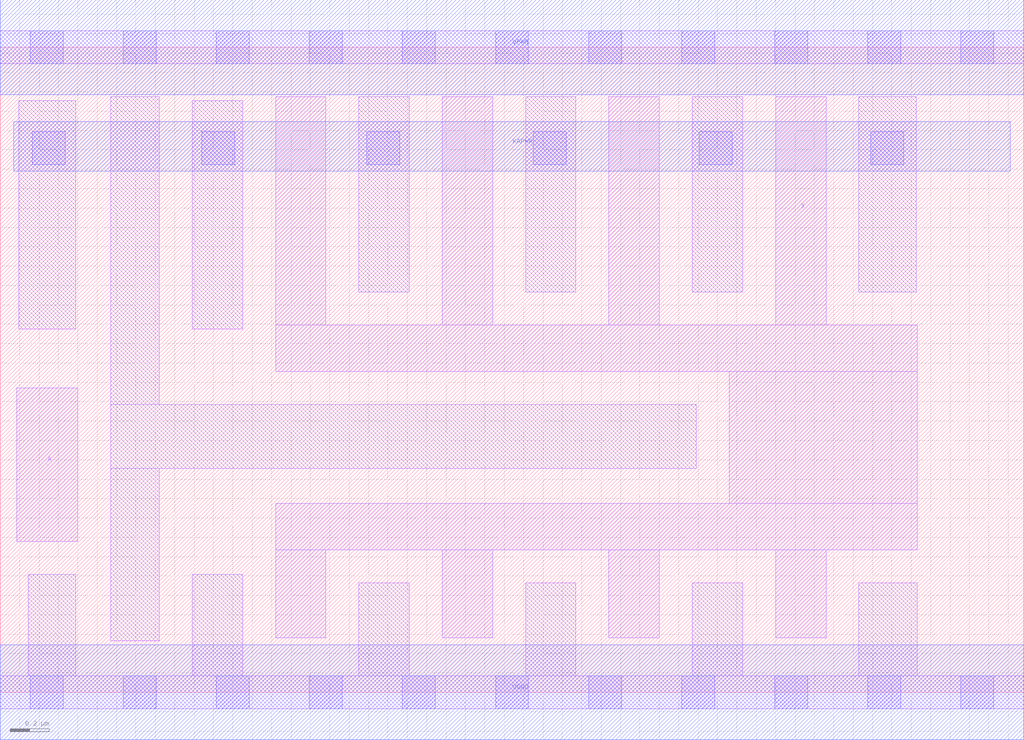
<source format=lef>
# Copyright 2020 The SkyWater PDK Authors
#
# Licensed under the Apache License, Version 2.0 (the "License");
# you may not use this file except in compliance with the License.
# You may obtain a copy of the License at
#
#     https://www.apache.org/licenses/LICENSE-2.0
#
# Unless required by applicable law or agreed to in writing, software
# distributed under the License is distributed on an "AS IS" BASIS,
# WITHOUT WARRANTIES OR CONDITIONS OF ANY KIND, either express or implied.
# See the License for the specific language governing permissions and
# limitations under the License.
#
# SPDX-License-Identifier: Apache-2.0

VERSION 5.7 ;
  NOWIREEXTENSIONATPIN ON ;
  DIVIDERCHAR "/" ;
  BUSBITCHARS "[]" ;
UNITS
  DATABASE MICRONS 200 ;
END UNITS
MACRO sky130_fd_sc_lp__bufkapwr_8
  CLASS CORE ;
  FOREIGN sky130_fd_sc_lp__bufkapwr_8 ;
  ORIGIN  0.000000  0.000000 ;
  SIZE  5.280000 BY  3.330000 ;
  SYMMETRY X Y ;
  SITE unit ;
  PIN A
    ANTENNAGATEAREA  0.504000 ;
    DIRECTION INPUT ;
    USE SIGNAL ;
    PORT
      LAYER li1 ;
        RECT 0.085000 0.780000 0.400000 1.570000 ;
    END
  END A
  PIN X
    ANTENNADIFFAREA  1.881600 ;
    DIRECTION OUTPUT ;
    USE SIGNAL ;
    PORT
      LAYER li1 ;
        RECT 1.420000 0.280000 1.680000 0.735000 ;
        RECT 1.420000 0.735000 4.730000 0.975000 ;
        RECT 1.420000 1.655000 4.730000 1.895000 ;
        RECT 1.420000 1.895000 1.680000 3.075000 ;
        RECT 2.280000 0.280000 2.540000 0.735000 ;
        RECT 2.280000 1.895000 2.540000 3.075000 ;
        RECT 3.140000 0.280000 3.400000 0.735000 ;
        RECT 3.140000 1.895000 3.400000 3.075000 ;
        RECT 3.760000 0.975000 4.730000 1.655000 ;
        RECT 4.000000 0.280000 4.260000 0.735000 ;
        RECT 4.000000 1.895000 4.260000 3.075000 ;
    END
  END X
  PIN KAPWR
    DIRECTION INOUT ;
    USE POWER ;
    PORT
      LAYER met1 ;
        RECT 0.070000 2.690000 5.210000 2.945000 ;
    END
  END KAPWR
  PIN VGND
    DIRECTION INOUT ;
    USE GROUND ;
    PORT
      LAYER met1 ;
        RECT 0.000000 -0.245000 5.280000 0.245000 ;
    END
  END VGND
  PIN VPWR
    DIRECTION INOUT ;
    USE POWER ;
    PORT
      LAYER met1 ;
        RECT 0.000000 3.085000 5.280000 3.575000 ;
    END
  END VPWR
  OBS
    LAYER li1 ;
      RECT 0.000000 -0.085000 5.280000 0.085000 ;
      RECT 0.000000  3.245000 5.280000 3.415000 ;
      RECT 0.095000  1.875000 0.390000 3.055000 ;
      RECT 0.145000  0.085000 0.390000 0.610000 ;
      RECT 0.570000  0.265000 0.820000 1.155000 ;
      RECT 0.570000  1.155000 3.590000 1.485000 ;
      RECT 0.570000  1.485000 0.820000 3.075000 ;
      RECT 0.990000  0.085000 1.250000 0.610000 ;
      RECT 0.990000  1.875000 1.250000 3.055000 ;
      RECT 1.850000  0.085000 2.110000 0.565000 ;
      RECT 1.850000  2.065000 2.110000 3.075000 ;
      RECT 2.710000  0.085000 2.970000 0.565000 ;
      RECT 2.710000  2.065000 2.970000 3.075000 ;
      RECT 3.570000  0.085000 3.830000 0.565000 ;
      RECT 3.570000  2.065000 3.830000 3.075000 ;
      RECT 4.430000  0.085000 4.730000 0.565000 ;
      RECT 4.430000  2.065000 4.725000 3.075000 ;
    LAYER mcon ;
      RECT 0.155000 -0.085000 0.325000 0.085000 ;
      RECT 0.155000  3.245000 0.325000 3.415000 ;
      RECT 0.165000  2.725000 0.335000 2.895000 ;
      RECT 0.635000 -0.085000 0.805000 0.085000 ;
      RECT 0.635000  3.245000 0.805000 3.415000 ;
      RECT 1.040000  2.725000 1.210000 2.895000 ;
      RECT 1.115000 -0.085000 1.285000 0.085000 ;
      RECT 1.115000  3.245000 1.285000 3.415000 ;
      RECT 1.595000 -0.085000 1.765000 0.085000 ;
      RECT 1.595000  3.245000 1.765000 3.415000 ;
      RECT 1.890000  2.725000 2.060000 2.895000 ;
      RECT 2.075000 -0.085000 2.245000 0.085000 ;
      RECT 2.075000  3.245000 2.245000 3.415000 ;
      RECT 2.555000 -0.085000 2.725000 0.085000 ;
      RECT 2.555000  3.245000 2.725000 3.415000 ;
      RECT 2.750000  2.725000 2.920000 2.895000 ;
      RECT 3.035000 -0.085000 3.205000 0.085000 ;
      RECT 3.035000  3.245000 3.205000 3.415000 ;
      RECT 3.515000 -0.085000 3.685000 0.085000 ;
      RECT 3.515000  3.245000 3.685000 3.415000 ;
      RECT 3.605000  2.725000 3.775000 2.895000 ;
      RECT 3.995000 -0.085000 4.165000 0.085000 ;
      RECT 3.995000  3.245000 4.165000 3.415000 ;
      RECT 4.475000 -0.085000 4.645000 0.085000 ;
      RECT 4.475000  3.245000 4.645000 3.415000 ;
      RECT 4.490000  2.725000 4.660000 2.895000 ;
      RECT 4.955000 -0.085000 5.125000 0.085000 ;
      RECT 4.955000  3.245000 5.125000 3.415000 ;
  END
END sky130_fd_sc_lp__bufkapwr_8
END LIBRARY

</source>
